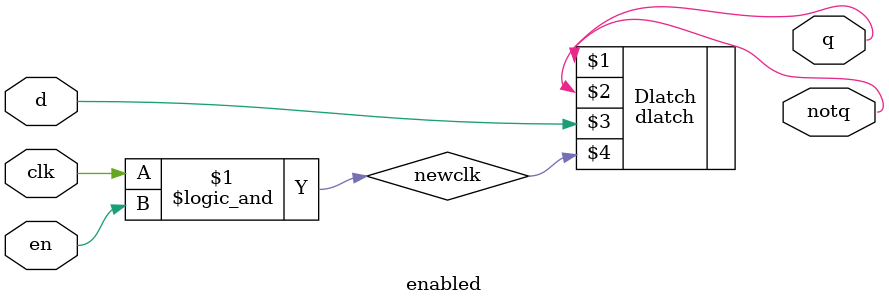
<source format=v>
module enabled(output q, output notq, input clk, input en, input d);
    wire newclk;
    //Alla fine è un semplice and logico tra il clock e l'enabled:
    //Se il clock è alto E ho abilitato l'enabled, allora
    //chiamo il mio componente d-latch.
    assign
        newclk = clk && en;
    dlatch Dlatch(q,notq,d,newclk);
endmodule
</source>
